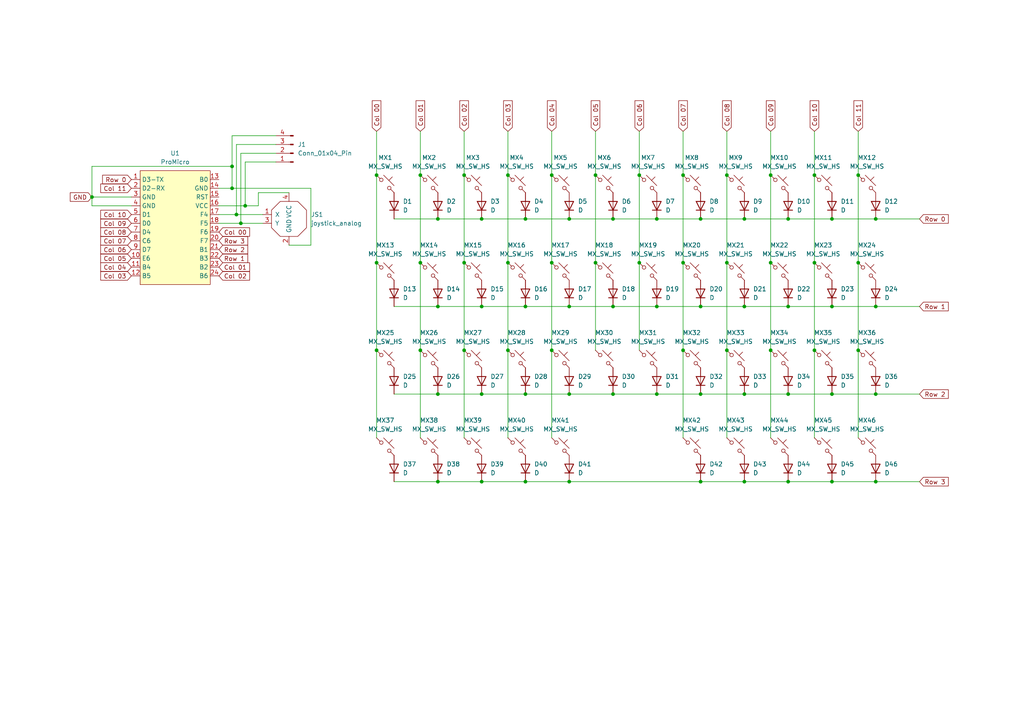
<source format=kicad_sch>
(kicad_sch (version 20231120) (generator "eeschema") (generator_version "8.0")
  (paper "A4")
  (junction (at 160.02 76.2))
  (junction (at 228.6 139.7))
  (junction (at 147.32 101.6))
  (junction (at 190.5 114.3))
  (junction (at 203.2 114.3))
  (junction (at 223.52 76.2))
  (junction (at 228.6 63.5))
  (junction (at 165.1 114.3))
  (junction (at 67.31 54.61))
  (junction (at 254 139.7))
  (junction (at 71.12 59.69))
  (junction (at 139.7 63.5))
  (junction (at 210.82 50.8))
  (junction (at 172.72 76.2))
  (junction (at 236.22 50.8))
  (junction (at 152.4 88.9))
  (junction (at 69.85 64.77))
  (junction (at 198.12 101.6))
  (junction (at 241.3 88.9))
  (junction (at 254 114.3))
  (junction (at 190.5 88.9))
  (junction (at 177.8 63.5))
  (junction (at 121.92 101.6))
  (junction (at 177.8 114.3))
  (junction (at 160.02 50.8))
  (junction (at 241.3 114.3))
  (junction (at 152.4 114.3))
  (junction (at 165.1 88.9))
  (junction (at 185.42 50.8))
  (junction (at 223.52 50.8))
  (junction (at 228.6 114.3))
  (junction (at 160.02 101.6))
  (junction (at 165.1 139.7))
  (junction (at 241.3 63.5))
  (junction (at 172.72 50.8))
  (junction (at 254 63.5))
  (junction (at 185.42 76.2))
  (junction (at 210.82 76.2))
  (junction (at 203.2 63.5))
  (junction (at 177.8 88.9))
  (junction (at 223.52 101.6))
  (junction (at 109.22 50.8))
  (junction (at 121.92 76.2))
  (junction (at 68.58 62.23))
  (junction (at 203.2 139.7))
  (junction (at 215.9 139.7))
  (junction (at 109.22 76.2))
  (junction (at 26.67 57.15))
  (junction (at 127 139.7))
  (junction (at 228.6 88.9))
  (junction (at 67.31 48.26))
  (junction (at 215.9 63.5))
  (junction (at 248.92 101.6))
  (junction (at 248.92 50.8))
  (junction (at 203.2 88.9))
  (junction (at 147.32 76.2))
  (junction (at 127 88.9))
  (junction (at 241.3 139.7))
  (junction (at 190.5 63.5))
  (junction (at 134.62 76.2))
  (junction (at 215.9 88.9))
  (junction (at 152.4 139.7))
  (junction (at 236.22 76.2))
  (junction (at 248.92 76.2))
  (junction (at 198.12 76.2))
  (junction (at 139.7 88.9))
  (junction (at 215.9 114.3))
  (junction (at 134.62 50.8))
  (junction (at 139.7 114.3))
  (junction (at 147.32 50.8))
  (junction (at 210.82 101.6))
  (junction (at 254 88.9))
  (junction (at 198.12 50.8))
  (junction (at 127 63.5))
  (junction (at 121.92 50.8))
  (junction (at 109.22 101.6))
  (junction (at 165.1 63.5))
  (junction (at 236.22 101.6))
  (junction (at 127 114.3))
  (junction (at 139.7 139.7))
  (junction (at 134.62 101.6))
  (junction (at 152.4 63.5))
  (wire (pts (xy 215.9 114.3) (xy 228.6 114.3)))
  (wire (pts (xy 152.4 88.9) (xy 165.1 88.9)))
  (wire (pts (xy 165.1 114.3) (xy 177.8 114.3)))
  (wire (pts (xy 198.12 38.1) (xy 198.12 50.8)))
  (wire (pts (xy 68.58 41.91) (xy 80.01 41.91)))
  (wire (pts (xy 139.7 114.3) (xy 152.4 114.3)))
  (wire (pts (xy 63.5 62.23) (xy 68.58 62.23)))
  (wire (pts (xy 83.82 71.12) (xy 90.17 71.12)))
  (wire (pts (xy 147.32 50.8) (xy 147.32 76.2)))
  (wire (pts (xy 254 114.3) (xy 266.7 114.3)))
  (wire (pts (xy 248.92 38.1) (xy 248.92 50.8)))
  (wire (pts (xy 134.62 76.2) (xy 134.62 101.6)))
  (wire (pts (xy 228.6 139.7) (xy 241.3 139.7)))
  (wire (pts (xy 215.9 139.7) (xy 228.6 139.7)))
  (wire (pts (xy 185.42 38.1) (xy 185.42 50.8)))
  (wire (pts (xy 241.3 63.5) (xy 254 63.5)))
  (wire (pts (xy 236.22 38.1) (xy 236.22 50.8)))
  (wire (pts (xy 203.2 139.7) (xy 215.9 139.7)))
  (wire (pts (xy 223.52 50.8) (xy 223.52 76.2)))
  (wire (pts (xy 215.9 88.9) (xy 228.6 88.9)))
  (wire (pts (xy 172.72 50.8) (xy 172.72 76.2)))
  (wire (pts (xy 74.93 55.88) (xy 83.82 55.88)))
  (wire (pts (xy 127 114.3) (xy 139.7 114.3)))
  (wire (pts (xy 254 139.7) (xy 266.7 139.7)))
  (wire (pts (xy 152.4 114.3) (xy 165.1 114.3)))
  (wire (pts (xy 121.92 101.6) (xy 121.92 127)))
  (wire (pts (xy 147.32 76.2) (xy 147.32 101.6)))
  (wire (pts (xy 26.67 59.69) (xy 26.67 57.15)))
  (wire (pts (xy 210.82 38.1) (xy 210.82 50.8)))
  (wire (pts (xy 172.72 38.1) (xy 172.72 50.8)))
  (wire (pts (xy 109.22 101.6) (xy 109.22 127)))
  (wire (pts (xy 69.85 44.45) (xy 69.85 64.77)))
  (wire (pts (xy 160.02 50.8) (xy 160.02 76.2)))
  (wire (pts (xy 228.6 88.9) (xy 241.3 88.9)))
  (wire (pts (xy 71.12 46.99) (xy 80.01 46.99)))
  (wire (pts (xy 165.1 88.9) (xy 177.8 88.9)))
  (wire (pts (xy 228.6 114.3) (xy 241.3 114.3)))
  (wire (pts (xy 139.7 139.7) (xy 152.4 139.7)))
  (wire (pts (xy 198.12 101.6) (xy 198.12 127)))
  (wire (pts (xy 67.31 54.61) (xy 67.31 48.26)))
  (wire (pts (xy 190.5 63.5) (xy 203.2 63.5)))
  (wire (pts (xy 109.22 50.8) (xy 109.22 76.2)))
  (wire (pts (xy 203.2 114.3) (xy 215.9 114.3)))
  (wire (pts (xy 69.85 44.45) (xy 80.01 44.45)))
  (wire (pts (xy 114.3 114.3) (xy 127 114.3)))
  (wire (pts (xy 121.92 50.8) (xy 121.92 76.2)))
  (wire (pts (xy 185.42 76.2) (xy 185.42 101.6)))
  (wire (pts (xy 198.12 76.2) (xy 198.12 101.6)))
  (wire (pts (xy 67.31 39.37) (xy 80.01 39.37)))
  (wire (pts (xy 248.92 50.8) (xy 248.92 76.2)))
  (wire (pts (xy 236.22 50.8) (xy 236.22 76.2)))
  (wire (pts (xy 109.22 38.1) (xy 109.22 50.8)))
  (wire (pts (xy 177.8 63.5) (xy 190.5 63.5)))
  (wire (pts (xy 254 63.5) (xy 266.7 63.5)))
  (wire (pts (xy 147.32 101.6) (xy 147.32 127)))
  (wire (pts (xy 71.12 59.69) (xy 74.93 59.69)))
  (wire (pts (xy 160.02 76.2) (xy 160.02 101.6)))
  (wire (pts (xy 223.52 101.6) (xy 223.52 127)))
  (wire (pts (xy 254 88.9) (xy 266.7 88.9)))
  (wire (pts (xy 68.58 41.91) (xy 68.58 62.23)))
  (wire (pts (xy 152.4 63.5) (xy 165.1 63.5)))
  (wire (pts (xy 127 139.7) (xy 139.7 139.7)))
  (wire (pts (xy 236.22 76.2) (xy 236.22 101.6)))
  (wire (pts (xy 147.32 38.1) (xy 147.32 50.8)))
  (wire (pts (xy 172.72 76.2) (xy 172.72 101.6)))
  (wire (pts (xy 26.67 48.26) (xy 67.31 48.26)))
  (wire (pts (xy 160.02 38.1) (xy 160.02 50.8)))
  (wire (pts (xy 26.67 57.15) (xy 38.1 57.15)))
  (wire (pts (xy 67.31 48.26) (xy 67.31 39.37)))
  (wire (pts (xy 63.5 64.77) (xy 69.85 64.77)))
  (wire (pts (xy 241.3 139.7) (xy 254 139.7)))
  (wire (pts (xy 165.1 63.5) (xy 177.8 63.5)))
  (wire (pts (xy 134.62 38.1) (xy 134.62 50.8)))
  (wire (pts (xy 74.93 59.69) (xy 74.93 55.88)))
  (wire (pts (xy 139.7 88.9) (xy 152.4 88.9)))
  (wire (pts (xy 185.42 50.8) (xy 185.42 76.2)))
  (wire (pts (xy 177.8 88.9) (xy 190.5 88.9)))
  (wire (pts (xy 63.5 54.61) (xy 67.31 54.61)))
  (wire (pts (xy 114.3 139.7) (xy 127 139.7)))
  (wire (pts (xy 223.52 76.2) (xy 223.52 101.6)))
  (wire (pts (xy 121.92 76.2) (xy 121.92 101.6)))
  (wire (pts (xy 210.82 76.2) (xy 210.82 101.6)))
  (wire (pts (xy 190.5 88.9) (xy 203.2 88.9)))
  (wire (pts (xy 71.12 59.69) (xy 71.12 46.99)))
  (wire (pts (xy 223.52 38.1) (xy 223.52 50.8)))
  (wire (pts (xy 134.62 50.8) (xy 134.62 76.2)))
  (wire (pts (xy 114.3 88.9) (xy 127 88.9)))
  (wire (pts (xy 210.82 50.8) (xy 210.82 76.2)))
  (wire (pts (xy 241.3 88.9) (xy 254 88.9)))
  (wire (pts (xy 26.67 57.15) (xy 26.67 48.26)))
  (wire (pts (xy 68.58 62.23) (xy 76.2 62.23)))
  (wire (pts (xy 134.62 101.6) (xy 134.62 127)))
  (wire (pts (xy 203.2 88.9) (xy 215.9 88.9)))
  (wire (pts (xy 210.82 101.6) (xy 210.82 127)))
  (wire (pts (xy 160.02 101.6) (xy 160.02 127)))
  (wire (pts (xy 236.22 101.6) (xy 236.22 127)))
  (wire (pts (xy 127 88.9) (xy 139.7 88.9)))
  (wire (pts (xy 165.1 139.7) (xy 203.2 139.7)))
  (wire (pts (xy 38.1 59.69) (xy 26.67 59.69)))
  (wire (pts (xy 152.4 139.7) (xy 165.1 139.7)))
  (wire (pts (xy 203.2 63.5) (xy 215.9 63.5)))
  (wire (pts (xy 228.6 63.5) (xy 241.3 63.5)))
  (wire (pts (xy 90.17 54.61) (xy 90.17 71.12)))
  (wire (pts (xy 63.5 59.69) (xy 71.12 59.69)))
  (wire (pts (xy 109.22 76.2) (xy 109.22 101.6)))
  (wire (pts (xy 114.3 63.5) (xy 127 63.5)))
  (wire (pts (xy 69.85 64.77) (xy 76.2 64.77)))
  (wire (pts (xy 177.8 114.3) (xy 190.5 114.3)))
  (wire (pts (xy 139.7 63.5) (xy 152.4 63.5)))
  (wire (pts (xy 190.5 114.3) (xy 203.2 114.3)))
  (wire (pts (xy 215.9 63.5) (xy 228.6 63.5)))
  (wire (pts (xy 248.92 101.6) (xy 248.92 127)))
  (wire (pts (xy 198.12 50.8) (xy 198.12 76.2)))
  (wire (pts (xy 121.92 38.1) (xy 121.92 50.8)))
  (wire (pts (xy 241.3 114.3) (xy 254 114.3)))
  (wire (pts (xy 67.31 54.61) (xy 90.17 54.61)))
  (wire (pts (xy 127 63.5) (xy 139.7 63.5)))
  (wire (pts (xy 248.92 76.2) (xy 248.92 101.6)))
  (global_label "Col 00" (shape input) (at 63.5 67.31 0) (property "Intersheetrefs" "${INTERSHEET_REFS}" (effects (hide yes))))
  (global_label "GND" (shape input) (at 26.67 57.15 180) (property "Intersheetrefs" "${INTERSHEET_REFS}" (effects (hide yes))))
  (global_label "Row 0" (shape input) (at 266.7 63.5 0) (property "Intersheetrefs" "${INTERSHEET_REFS}" (effects (hide yes))))
  (global_label "Col 09" (shape input) (at 38.1 64.77 180) (property "Intersheetrefs" "${INTERSHEET_REFS}" (effects (hide yes))))
  (global_label "Col 11" (shape input) (at 248.92 38.1 90) (property "Intersheetrefs" "${INTERSHEET_REFS}" (effects (hide yes))))
  (global_label "Col 01" (shape input) (at 63.5 77.47 0) (property "Intersheetrefs" "${INTERSHEET_REFS}" (effects (hide yes))))
  (global_label "Col 06" (shape input) (at 185.42 38.1 90) (property "Intersheetrefs" "${INTERSHEET_REFS}" (effects (hide yes))))
  (global_label "Col 03" (shape input) (at 147.32 38.1 90) (property "Intersheetrefs" "${INTERSHEET_REFS}" (effects (hide yes))))
  (global_label "Col 09" (shape input) (at 223.52 38.1 90) (property "Intersheetrefs" "${INTERSHEET_REFS}" (effects (hide yes))))
  (global_label "Row 1" (shape input) (at 63.5 74.93 0) (property "Intersheetrefs" "${INTERSHEET_REFS}" (effects (hide yes))))
  (global_label "Col 05" (shape input) (at 38.1 74.93 180) (property "Intersheetrefs" "${INTERSHEET_REFS}" (effects (hide yes))))
  (global_label "Col 07" (shape input) (at 38.1 69.85 180) (property "Intersheetrefs" "${INTERSHEET_REFS}" (effects (hide yes))))
  (global_label "Row 3" (shape input) (at 63.5 69.85 0) (property "Intersheetrefs" "${INTERSHEET_REFS}" (effects (hide yes))))
  (global_label "Col 10" (shape input) (at 236.22 38.1 90) (property "Intersheetrefs" "${INTERSHEET_REFS}" (effects (hide yes))))
  (global_label "Row 2" (shape input) (at 63.5 72.39 0) (property "Intersheetrefs" "${INTERSHEET_REFS}" (effects (hide yes))))
  (global_label "Col 07" (shape input) (at 198.12 38.1 90) (property "Intersheetrefs" "${INTERSHEET_REFS}" (effects (hide yes))))
  (global_label "Col 08" (shape input) (at 210.82 38.1 90) (property "Intersheetrefs" "${INTERSHEET_REFS}" (effects (hide yes))))
  (global_label "Col 05" (shape input) (at 172.72 38.1 90) (property "Intersheetrefs" "${INTERSHEET_REFS}" (effects (hide yes))))
  (global_label "Row 0" (shape input) (at 38.1 52.07 180) (property "Intersheetrefs" "${INTERSHEET_REFS}" (effects (hide yes))))
  (global_label "Row 3" (shape input) (at 266.7 139.7 0) (property "Intersheetrefs" "${INTERSHEET_REFS}" (effects (hide yes))))
  (global_label "Row 1" (shape input) (at 266.7 88.9 0) (property "Intersheetrefs" "${INTERSHEET_REFS}" (effects (hide yes))))
  (global_label "Col 10" (shape input) (at 38.1 62.23 180) (property "Intersheetrefs" "${INTERSHEET_REFS}" (effects (hide yes))))
  (global_label "Col 08" (shape input) (at 38.1 67.31 180) (property "Intersheetrefs" "${INTERSHEET_REFS}" (effects (hide yes))))
  (global_label "Col 01" (shape input) (at 121.92 38.1 90) (property "Intersheetrefs" "${INTERSHEET_REFS}" (effects (hide yes))))
  (global_label "Col 11" (shape input) (at 38.1 54.61 180) (property "Intersheetrefs" "${INTERSHEET_REFS}" (effects (hide yes))))
  (global_label "Col 02" (shape input) (at 63.5 80.01 0) (property "Intersheetrefs" "${INTERSHEET_REFS}" (effects (hide yes))))
  (global_label "Col 04" (shape input) (at 160.02 38.1 90) (property "Intersheetrefs" "${INTERSHEET_REFS}" (effects (hide yes))))
  (global_label "Row 2" (shape input) (at 266.7 114.3 0) (property "Intersheetrefs" "${INTERSHEET_REFS}" (effects (hide yes))))
  (global_label "Col 02" (shape input) (at 134.62 38.1 90) (property "Intersheetrefs" "${INTERSHEET_REFS}" (effects (hide yes))))
  (global_label "Col 03" (shape input) (at 38.1 80.01 180) (property "Intersheetrefs" "${INTERSHEET_REFS}" (effects (hide yes))))
  (global_label "Col 00" (shape input) (at 109.22 38.1 90) (property "Intersheetrefs" "${INTERSHEET_REFS}" (effects (hide yes))))
  (global_label "Col 06" (shape input) (at 38.1 72.39 180) (property "Intersheetrefs" "${INTERSHEET_REFS}" (effects (hide yes))))
  (global_label "Col 04" (shape input) (at 38.1 77.47 180) (property "Intersheetrefs" "${INTERSHEET_REFS}" (effects (hide yes))))
  (symbol (lib_id "Device:D") (at 254 59.69 90) (unit 1)
    (property "Reference" "D12" (at 256.54 58.4199 90) (effects (justify right)))
    (property "Value" "D" (at 256.54 60.9599 90) (effects (justify right)))
    (property "Footprint" "Diode_THT:D_DO-35_SOD27_P7.62mm_Horizontal" (effects (hide yes)))
    (property "Description" "Diode" (effects (hide yes)))
    (property "Sim.Device" "D" (effects (hide yes)))
    (property "Sim.Pins" "1=K 2=A" (effects (hide yes)))
  )
  (symbol (lib_id "PCM_marbastlib-mx:MX_SW_HS_CPG151101S11") (at 111.76 78.74 0) (unit 1)
    (property "Reference" "MX13" (at 111.76 71.12 0))
    (property "Value" "MX_SW_HS" (at 111.76 73.66 0))
    (property "Footprint" "geebord-library:SW_MX_HS_CPG151101S11_1u" (effects (hide yes)))
    (property "Description" "Push button switch, normally open, two pins, 45° tilted, Kailh CPG151101S11 for Cherry MX style switches" (effects (hide yes)))
  )
  (symbol (lib_id "Device:D") (at 254 110.49 90) (unit 1)
    (property "Reference" "D36" (at 256.54 109.2199 90) (effects (justify right)))
    (property "Value" "D" (at 256.54 111.7599 90) (effects (justify right)))
    (property "Footprint" "Diode_THT:D_DO-35_SOD27_P7.62mm_Horizontal" (effects (hide yes)))
    (property "Description" "Diode" (effects (hide yes)))
    (property "Sim.Device" "D" (effects (hide yes)))
    (property "Sim.Pins" "1=K 2=A" (effects (hide yes)))
  )
  (symbol (lib_id "Device:D") (at 152.4 135.89 90) (unit 1)
    (property "Reference" "D40" (at 154.94 134.6199 90) (effects (justify right)))
    (property "Value" "D" (at 154.94 137.1599 90) (effects (justify right)))
    (property "Footprint" "Diode_THT:D_DO-35_SOD27_P7.62mm_Horizontal" (effects (hide yes)))
    (property "Description" "Diode" (effects (hide yes)))
    (property "Sim.Device" "D" (effects (hide yes)))
    (property "Sim.Pins" "1=K 2=A" (effects (hide yes)))
  )
  (symbol (lib_id "PCM_marbastlib-mx:MX_SW_HS_CPG151101S11") (at 213.36 53.34 0) (unit 1)
    (property "Reference" "MX9" (at 213.36 45.72 0))
    (property "Value" "MX_SW_HS" (at 213.36 48.26 0))
    (property "Footprint" "geebord-library:SW_MX_HS_CPG151101S11_1u" (effects (hide yes)))
    (property "Description" "Push button switch, normally open, two pins, 45° tilted, Kailh CPG151101S11 for Cherry MX style switches" (effects (hide yes)))
  )
  (symbol (lib_id "PCM_marbastlib-mx:MX_SW_HS_CPG151101S11") (at 137.16 129.54 0) (unit 1)
    (property "Reference" "MX39" (at 137.16 121.92 0))
    (property "Value" "MX_SW_HS" (at 137.16 124.46 0))
    (property "Footprint" "geebord-library:SW_MX_HS_CPG151101S11_1u" (effects (hide yes)))
    (property "Description" "Push button switch, normally open, two pins, 45° tilted, Kailh CPG151101S11 for Cherry MX style switches" (effects (hide yes)))
  )
  (symbol (lib_id "Device:D") (at 127 110.49 90) (unit 1)
    (property "Reference" "D26" (at 129.54 109.2199 90) (effects (justify right)))
    (property "Value" "D" (at 129.54 111.7599 90) (effects (justify right)))
    (property "Footprint" "Diode_THT:D_DO-35_SOD27_P7.62mm_Horizontal" (effects (hide yes)))
    (property "Description" "Diode" (effects (hide yes)))
    (property "Sim.Device" "D" (effects (hide yes)))
    (property "Sim.Pins" "1=K 2=A" (effects (hide yes)))
  )
  (symbol (lib_id "Device:D") (at 127 59.69 90) (unit 1)
    (property "Reference" "D2" (at 129.54 58.4199 90) (effects (justify right)))
    (property "Value" "D" (at 129.54 60.9599 90) (effects (justify right)))
    (property "Footprint" "Diode_THT:D_DO-35_SOD27_P7.62mm_Horizontal" (effects (hide yes)))
    (property "Description" "Diode" (effects (hide yes)))
    (property "Sim.Device" "D" (effects (hide yes)))
    (property "Sim.Pins" "1=K 2=A" (effects (hide yes)))
  )
  (symbol (lib_id "PCM_marbastlib-mx:MX_SW_HS_CPG151101S11") (at 149.86 104.14 0) (unit 1)
    (property "Reference" "MX28" (at 149.86 96.52 0))
    (property "Value" "MX_SW_HS" (at 149.86 99.06 0))
    (property "Footprint" "geebord-library:SW_MX_HS_CPG151101S11_1u" (effects (hide yes)))
    (property "Description" "Push button switch, normally open, two pins, 45° tilted, Kailh CPG151101S11 for Cherry MX style switches" (effects (hide yes)))
  )
  (symbol (lib_id "PCM_marbastlib-various:joystick_analog") (at 83.82 63.5 0) (unit 1)
    (property "Reference" "JS1" (at 90.17 62.2299 0) (effects (justify left)))
    (property "Value" "joystick_analog" (at 90.17 64.7699 0) (effects (justify left)))
    (property "Footprint" "geebord-library:JOYSTICK_ANALOG_MINITHM" (effects (hide yes)))
  )
  (symbol (lib_id "PCM_marbastlib-mx:MX_SW_HS_CPG151101S11") (at 251.46 53.34 0) (unit 1)
    (property "Reference" "MX12" (at 251.46 45.72 0))
    (property "Value" "MX_SW_HS" (at 251.46 48.26 0))
    (property "Footprint" "geebord-library:SW_MX_HS_CPG151101S11_1u" (effects (hide yes)))
    (property "Description" "Push button switch, normally open, two pins, 45° tilted, Kailh CPG151101S11 for Cherry MX style switches" (effects (hide yes)))
  )
  (symbol (lib_id "Device:D") (at 215.9 135.89 90) (unit 1)
    (property "Reference" "D43" (at 218.44 134.6199 90) (effects (justify right)))
    (property "Value" "D" (at 218.44 137.1599 90) (effects (justify right)))
    (property "Footprint" "Diode_THT:D_DO-35_SOD27_P7.62mm_Horizontal" (effects (hide yes)))
    (property "Description" "Diode" (effects (hide yes)))
    (property "Sim.Device" "D" (effects (hide yes)))
    (property "Sim.Pins" "1=K 2=A" (effects (hide yes)))
  )
  (symbol (lib_id "PCM_marbastlib-mx:MX_SW_HS_CPG151101S11") (at 226.06 104.14 0) (unit 1)
    (property "Reference" "MX34" (at 226.06 96.52 0))
    (property "Value" "MX_SW_HS" (at 226.06 99.06 0))
    (property "Footprint" "geebord-library:SW_MX_HS_CPG151101S11_1u" (effects (hide yes)))
    (property "Description" "Push button switch, normally open, two pins, 45° tilted, Kailh CPG151101S11 for Cherry MX style switches" (effects (hide yes)))
  )
  (symbol (lib_id "Device:D") (at 215.9 59.69 90) (unit 1)
    (property "Reference" "D9" (at 218.44 58.4199 90) (effects (justify right)))
    (property "Value" "D" (at 218.44 60.9599 90) (effects (justify right)))
    (property "Footprint" "Diode_THT:D_DO-35_SOD27_P7.62mm_Horizontal" (effects (hide yes)))
    (property "Description" "Diode" (effects (hide yes)))
    (property "Sim.Device" "D" (effects (hide yes)))
    (property "Sim.Pins" "1=K 2=A" (effects (hide yes)))
  )
  (symbol (lib_id "PCM_marbastlib-mx:MX_SW_HS_CPG151101S11") (at 213.36 129.54 0) (unit 1)
    (property "Reference" "MX43" (at 213.36 121.92 0))
    (property "Value" "MX_SW_HS" (at 213.36 124.46 0))
    (property "Footprint" "geebord-library:SW_MX_HS_CPG151101S11_1u" (effects (hide yes)))
    (property "Description" "Push button switch, normally open, two pins, 45° tilted, Kailh CPG151101S11 for Cherry MX style switches" (effects (hide yes)))
  )
  (symbol (lib_id "Device:D") (at 165.1 135.89 90) (unit 1)
    (property "Reference" "D41" (at 167.64 134.6199 90) (effects (justify right)))
    (property "Value" "D" (at 167.64 137.1599 90) (effects (justify right)))
    (property "Footprint" "Diode_THT:D_DO-35_SOD27_P7.62mm_Horizontal" (effects (hide yes)))
    (property "Description" "Diode" (effects (hide yes)))
    (property "Sim.Device" "D" (effects (hide yes)))
    (property "Sim.Pins" "1=K 2=A" (effects (hide yes)))
  )
  (symbol (lib_id "Device:D") (at 152.4 59.69 90) (unit 1)
    (property "Reference" "D4" (at 154.94 58.4199 90) (effects (justify right)))
    (property "Value" "D" (at 154.94 60.9599 90) (effects (justify right)))
    (property "Footprint" "Diode_THT:D_DO-35_SOD27_P7.62mm_Horizontal" (effects (hide yes)))
    (property "Description" "Diode" (effects (hide yes)))
    (property "Sim.Device" "D" (effects (hide yes)))
    (property "Sim.Pins" "1=K 2=A" (effects (hide yes)))
  )
  (symbol (lib_id "PCM_marbastlib-mx:MX_SW_HS_CPG151101S11") (at 226.06 129.54 0) (unit 1)
    (property "Reference" "MX44" (at 226.06 121.92 0))
    (property "Value" "MX_SW_HS" (at 226.06 124.46 0))
    (property "Footprint" "geebord-library:SW_MX_HS_CPG151101S11_1u" (effects (hide yes)))
    (property "Description" "Push button switch, normally open, two pins, 45° tilted, Kailh CPG151101S11 for Cherry MX style switches" (effects (hide yes)))
  )
  (symbol (lib_id "PCM_marbastlib-mx:MX_SW_HS_CPG151101S11") (at 149.86 53.34 0) (unit 1)
    (property "Reference" "MX4" (at 149.86 45.72 0))
    (property "Value" "MX_SW_HS" (at 149.86 48.26 0))
    (property "Footprint" "geebord-library:SW_MX_HS_CPG151101S11_1u" (effects (hide yes)))
    (property "Description" "Push button switch, normally open, two pins, 45° tilted, Kailh CPG151101S11 for Cherry MX style switches" (effects (hide yes)))
  )
  (symbol (lib_id "PCM_marbastlib-mx:MX_SW_HS_CPG151101S11") (at 111.76 53.34 0) (unit 1)
    (property "Reference" "MX1" (at 111.76 45.72 0))
    (property "Value" "MX_SW_HS" (at 111.76 48.26 0))
    (property "Footprint" "geebord-library:SW_MX_HS_CPG151101S11_1u" (effects (hide yes)))
    (property "Description" "Push button switch, normally open, two pins, 45° tilted, Kailh CPG151101S11 for Cherry MX style switches" (effects (hide yes)))
  )
  (symbol (lib_id "Device:D") (at 203.2 59.69 90) (unit 1)
    (property "Reference" "D8" (at 205.74 58.4199 90) (effects (justify right)))
    (property "Value" "D" (at 205.74 60.9599 90) (effects (justify right)))
    (property "Footprint" "Diode_THT:D_DO-35_SOD27_P7.62mm_Horizontal" (effects (hide yes)))
    (property "Description" "Diode" (effects (hide yes)))
    (property "Sim.Device" "D" (effects (hide yes)))
    (property "Sim.Pins" "1=K 2=A" (effects (hide yes)))
  )
  (symbol (lib_id "PCM_marbastlib-mx:MX_SW_HS_CPG151101S11") (at 238.76 104.14 0) (unit 1)
    (property "Reference" "MX35" (at 238.76 96.52 0))
    (property "Value" "MX_SW_HS" (at 238.76 99.06 0))
    (property "Footprint" "geebord-library:SW_MX_HS_CPG151101S11_1u" (effects (hide yes)))
    (property "Description" "Push button switch, normally open, two pins, 45° tilted, Kailh CPG151101S11 for Cherry MX style switches" (effects (hide yes)))
  )
  (symbol (lib_id "Device:D") (at 114.3 110.49 90) (unit 1)
    (property "Reference" "D25" (at 116.84 109.2199 90) (effects (justify right)))
    (property "Value" "D" (at 116.84 111.7599 90) (effects (justify right)))
    (property "Footprint" "Diode_THT:D_DO-35_SOD27_P7.62mm_Horizontal" (effects (hide yes)))
    (property "Description" "Diode" (effects (hide yes)))
    (property "Sim.Device" "D" (effects (hide yes)))
    (property "Sim.Pins" "1=K 2=A" (effects (hide yes)))
  )
  (symbol (lib_id "PCM_marbastlib-mx:MX_SW_HS_CPG151101S11") (at 251.46 78.74 0) (unit 1)
    (property "Reference" "MX24" (at 251.46 71.12 0))
    (property "Value" "MX_SW_HS" (at 251.46 73.66 0))
    (property "Footprint" "geebord-library:SW_MX_HS_CPG151101S11_1u" (effects (hide yes)))
    (property "Description" "Push button switch, normally open, two pins, 45° tilted, Kailh CPG151101S11 for Cherry MX style switches" (effects (hide yes)))
  )
  (symbol (lib_id "PCM_marbastlib-mx:MX_SW_HS_CPG151101S11") (at 187.96 53.34 0) (unit 1)
    (property "Reference" "MX7" (at 187.96 45.72 0))
    (property "Value" "MX_SW_HS" (at 187.96 48.26 0))
    (property "Footprint" "geebord-library:SW_MX_HS_CPG151101S11_1u" (effects (hide yes)))
    (property "Description" "Push button switch, normally open, two pins, 45° tilted, Kailh CPG151101S11 for Cherry MX style switches" (effects (hide yes)))
  )
  (symbol (lib_id "Device:D") (at 228.6 110.49 90) (unit 1)
    (property "Reference" "D34" (at 231.14 109.2199 90) (effects (justify right)))
    (property "Value" "D" (at 231.14 111.7599 90) (effects (justify right)))
    (property "Footprint" "Diode_THT:D_DO-35_SOD27_P7.62mm_Horizontal" (effects (hide yes)))
    (property "Description" "Diode" (effects (hide yes)))
    (property "Sim.Device" "D" (effects (hide yes)))
    (property "Sim.Pins" "1=K 2=A" (effects (hide yes)))
  )
  (symbol (lib_id "Device:D") (at 241.3 135.89 90) (unit 1)
    (property "Reference" "D45" (at 243.84 134.6199 90) (effects (justify right)))
    (property "Value" "D" (at 243.84 137.1599 90) (effects (justify right)))
    (property "Footprint" "Diode_THT:D_DO-35_SOD27_P7.62mm_Horizontal" (effects (hide yes)))
    (property "Description" "Diode" (effects (hide yes)))
    (property "Sim.Device" "D" (effects (hide yes)))
    (property "Sim.Pins" "1=K 2=A" (effects (hide yes)))
  )
  (symbol (lib_id "Device:D") (at 228.6 85.09 90) (unit 1)
    (property "Reference" "D22" (at 231.14 83.8199 90) (effects (justify right)))
    (property "Value" "D" (at 231.14 86.3599 90) (effects (justify right)))
    (property "Footprint" "Diode_THT:D_DO-35_SOD27_P7.62mm_Horizontal" (effects (hide yes)))
    (property "Description" "Diode" (effects (hide yes)))
    (property "Sim.Device" "D" (effects (hide yes)))
    (property "Sim.Pins" "1=K 2=A" (effects (hide yes)))
  )
  (symbol (lib_id "Device:D") (at 177.8 85.09 90) (unit 1)
    (property "Reference" "D18" (at 180.34 83.8199 90) (effects (justify right)))
    (property "Value" "D" (at 180.34 86.3599 90) (effects (justify right)))
    (property "Footprint" "Diode_THT:D_DO-35_SOD27_P7.62mm_Horizontal" (effects (hide yes)))
    (property "Description" "Diode" (effects (hide yes)))
    (property "Sim.Device" "D" (effects (hide yes)))
    (property "Sim.Pins" "1=K 2=A" (effects (hide yes)))
  )
  (symbol (lib_id "PCM_marbastlib-mx:MX_SW_HS_CPG151101S11") (at 175.26 53.34 0) (unit 1)
    (property "Reference" "MX6" (at 175.26 45.72 0))
    (property "Value" "MX_SW_HS" (at 175.26 48.26 0))
    (property "Footprint" "geebord-library:SW_MX_HS_CPG151101S11_1u" (effects (hide yes)))
    (property "Description" "Push button switch, normally open, two pins, 45° tilted, Kailh CPG151101S11 for Cherry MX style switches" (effects (hide yes)))
  )
  (symbol (lib_id "PCM_marbastlib-mx:MX_SW_HS_CPG151101S11") (at 124.46 53.34 0) (unit 1)
    (property "Reference" "MX2" (at 124.46 45.72 0))
    (property "Value" "MX_SW_HS" (at 124.46 48.26 0))
    (property "Footprint" "geebord-library:SW_MX_HS_CPG151101S11_1u" (effects (hide yes)))
    (property "Description" "Push button switch, normally open, two pins, 45° tilted, Kailh CPG151101S11 for Cherry MX style switches" (effects (hide yes)))
  )
  (symbol (lib_id "PCM_marbastlib-mx:MX_SW_HS_CPG151101S11") (at 124.46 78.74 0) (unit 1)
    (property "Reference" "MX14" (at 124.46 71.12 0))
    (property "Value" "MX_SW_HS" (at 124.46 73.66 0))
    (property "Footprint" "geebord-library:SW_MX_HS_CPG151101S11_1u" (effects (hide yes)))
    (property "Description" "Push button switch, normally open, two pins, 45° tilted, Kailh CPG151101S11 for Cherry MX style switches" (effects (hide yes)))
  )
  (symbol (lib_id "Device:D") (at 203.2 85.09 90) (unit 1)
    (property "Reference" "D20" (at 205.74 83.8199 90) (effects (justify right)))
    (property "Value" "D" (at 205.74 86.3599 90) (effects (justify right)))
    (property "Footprint" "Diode_THT:D_DO-35_SOD27_P7.62mm_Horizontal" (effects (hide yes)))
    (property "Description" "Diode" (effects (hide yes)))
    (property "Sim.Device" "D" (effects (hide yes)))
    (property "Sim.Pins" "1=K 2=A" (effects (hide yes)))
  )
  (symbol (lib_id "Device:D") (at 228.6 135.89 90) (unit 1)
    (property "Reference" "D44" (at 231.14 134.6199 90) (effects (justify right)))
    (property "Value" "D" (at 231.14 137.1599 90) (effects (justify right)))
    (property "Footprint" "Diode_THT:D_DO-35_SOD27_P7.62mm_Horizontal" (effects (hide yes)))
    (property "Description" "Diode" (effects (hide yes)))
    (property "Sim.Device" "D" (effects (hide yes)))
    (property "Sim.Pins" "1=K 2=A" (effects (hide yes)))
  )
  (symbol (lib_id "PCM_marbastlib-mx:MX_SW_HS_CPG151101S11") (at 162.56 129.54 0) (unit 1)
    (property "Reference" "MX41" (at 162.56 121.92 0))
    (property "Value" "MX_SW_HS" (at 162.56 124.46 0))
    (property "Footprint" "geebord-library:SW_MX_HS_CPG151101S11_1.5u" (effects (hide yes)))
    (property "Description" "Push button switch, normally open, two pins, 45° tilted, Kailh CPG151101S11 for Cherry MX style switches" (effects (hide yes)))
  )
  (symbol (lib_id "PCM_marbastlib-mx:MX_SW_HS_CPG151101S11") (at 213.36 78.74 0) (unit 1)
    (property "Reference" "MX21" (at 213.36 71.12 0))
    (property "Value" "MX_SW_HS" (at 213.36 73.66 0))
    (property "Footprint" "geebord-library:SW_MX_HS_CPG151101S11_1u" (effects (hide yes)))
    (property "Description" "Push button switch, normally open, two pins, 45° tilted, Kailh CPG151101S11 for Cherry MX style switches" (effects (hide yes)))
  )
  (symbol (lib_id "Device:D") (at 152.4 110.49 90) (unit 1)
    (property "Reference" "D28" (at 154.94 109.2199 90) (effects (justify right)))
    (property "Value" "D" (at 154.94 111.7599 90) (effects (justify right)))
    (property "Footprint" "Diode_THT:D_DO-35_SOD27_P7.62mm_Horizontal" (effects (hide yes)))
    (property "Description" "Diode" (effects (hide yes)))
    (property "Sim.Device" "D" (effects (hide yes)))
    (property "Sim.Pins" "1=K 2=A" (effects (hide yes)))
  )
  (symbol (lib_id "Device:D") (at 139.7 110.49 90) (unit 1)
    (property "Reference" "D27" (at 142.24 109.2199 90) (effects (justify right)))
    (property "Value" "D" (at 142.24 111.7599 90) (effects (justify right)))
    (property "Footprint" "Diode_THT:D_DO-35_SOD27_P7.62mm_Horizontal" (effects (hide yes)))
    (property "Description" "Diode" (effects (hide yes)))
    (property "Sim.Device" "D" (effects (hide yes)))
    (property "Sim.Pins" "1=K 2=A" (effects (hide yes)))
  )
  (symbol (lib_id "Device:D") (at 203.2 135.89 90) (unit 1)
    (property "Reference" "D42" (at 205.74 134.6199 90) (effects (justify right)))
    (property "Value" "D" (at 205.74 137.1599 90) (effects (justify right)))
    (property "Footprint" "Diode_THT:D_DO-35_SOD27_P7.62mm_Horizontal" (effects (hide yes)))
    (property "Description" "Diode" (effects (hide yes)))
    (property "Sim.Device" "D" (effects (hide yes)))
    (property "Sim.Pins" "1=K 2=A" (effects (hide yes)))
  )
  (symbol (lib_id "Device:D") (at 165.1 110.49 90) (unit 1)
    (property "Reference" "D29" (at 167.64 109.2199 90) (effects (justify right)))
    (property "Value" "D" (at 167.64 111.7599 90) (effects (justify right)))
    (property "Footprint" "Diode_THT:D_DO-35_SOD27_P7.62mm_Horizontal" (effects (hide yes)))
    (property "Description" "Diode" (effects (hide yes)))
    (property "Sim.Device" "D" (effects (hide yes)))
    (property "Sim.Pins" "1=K 2=A" (effects (hide yes)))
  )
  (symbol (lib_id "Device:D") (at 114.3 59.69 90) (unit 1)
    (property "Reference" "D1" (at 116.84 58.4199 90) (effects (justify right)))
    (property "Value" "D" (at 116.84 60.9599 90) (effects (justify right)))
    (property "Footprint" "Diode_THT:D_DO-35_SOD27_P7.62mm_Horizontal" (effects (hide yes)))
    (property "Description" "Diode" (effects (hide yes)))
    (property "Sim.Device" "D" (effects (hide yes)))
    (property "Sim.Pins" "1=K 2=A" (effects (hide yes)))
  )
  (symbol (lib_id "Device:D") (at 190.5 85.09 90) (unit 1)
    (property "Reference" "D19" (at 193.04 83.8199 90) (effects (justify right)))
    (property "Value" "D" (at 193.04 86.3599 90) (effects (justify right)))
    (property "Footprint" "Diode_THT:D_DO-35_SOD27_P7.62mm_Horizontal" (effects (hide yes)))
    (property "Description" "Diode" (effects (hide yes)))
    (property "Sim.Device" "D" (effects (hide yes)))
    (property "Sim.Pins" "1=K 2=A" (effects (hide yes)))
  )
  (symbol (lib_id "PCM_marbastlib-mx:MX_SW_HS_CPG151101S11") (at 162.56 104.14 0) (unit 1)
    (property "Reference" "MX29" (at 162.56 96.52 0))
    (property "Value" "MX_SW_HS" (at 162.56 99.06 0))
    (property "Footprint" "geebord-library:SW_MX_HS_CPG151101S11_1u" (effects (hide yes)))
    (property "Description" "Push button switch, normally open, two pins, 45° tilted, Kailh CPG151101S11 for Cherry MX style switches" (effects (hide yes)))
  )
  (symbol (lib_id "Device:D") (at 127 135.89 90) (unit 1)
    (property "Reference" "D38" (at 129.54 134.6199 90) (effects (justify right)))
    (property "Value" "D" (at 129.54 137.1599 90) (effects (justify right)))
    (property "Footprint" "Diode_THT:D_DO-35_SOD27_P7.62mm_Horizontal" (effects (hide yes)))
    (property "Description" "Diode" (effects (hide yes)))
    (property "Sim.Device" "D" (effects (hide yes)))
    (property "Sim.Pins" "1=K 2=A" (effects (hide yes)))
  )
  (symbol (lib_id "Device:D") (at 139.7 59.69 90) (unit 1)
    (property "Reference" "D3" (at 142.24 58.4199 90) (effects (justify right)))
    (property "Value" "D" (at 142.24 60.9599 90) (effects (justify right)))
    (property "Footprint" "Diode_THT:D_DO-35_SOD27_P7.62mm_Horizontal" (effects (hide yes)))
    (property "Description" "Diode" (effects (hide yes)))
    (property "Sim.Device" "D" (effects (hide yes)))
    (property "Sim.Pins" "1=K 2=A" (effects (hide yes)))
  )
  (symbol (lib_id "PCM_marbastlib-mx:MX_SW_HS_CPG151101S11") (at 226.06 78.74 0) (unit 1)
    (property "Reference" "MX22" (at 226.06 71.12 0))
    (property "Value" "MX_SW_HS" (at 226.06 73.66 0))
    (property "Footprint" "geebord-library:SW_MX_HS_CPG151101S11_1u" (effects (hide yes)))
    (property "Description" "Push button switch, normally open, two pins, 45° tilted, Kailh CPG151101S11 for Cherry MX style switches" (effects (hide yes)))
  )
  (symbol (lib_id "Device:D") (at 114.3 135.89 90) (unit 1)
    (property "Reference" "D37" (at 116.84 134.6199 90) (effects (justify right)))
    (property "Value" "D" (at 116.84 137.1599 90) (effects (justify right)))
    (property "Footprint" "Diode_THT:D_DO-35_SOD27_P7.62mm_Horizontal" (effects (hide yes)))
    (property "Description" "Diode" (effects (hide yes)))
    (property "Sim.Device" "D" (effects (hide yes)))
    (property "Sim.Pins" "1=K 2=A" (effects (hide yes)))
  )
  (symbol (lib_id "PCM_marbastlib-mx:MX_SW_HS_CPG151101S11") (at 111.76 104.14 0) (unit 1)
    (property "Reference" "MX25" (at 111.76 96.52 0))
    (property "Value" "MX_SW_HS" (at 111.76 99.06 0))
    (property "Footprint" "geebord-library:SW_MX_HS_CPG151101S11_1u" (effects (hide yes)))
    (property "Description" "Push button switch, normally open, two pins, 45° tilted, Kailh CPG151101S11 for Cherry MX style switches" (effects (hide yes)))
  )
  (symbol (lib_id "PCM_marbastlib-mx:MX_SW_HS_CPG151101S11") (at 175.26 104.14 0) (unit 1)
    (property "Reference" "MX30" (at 175.26 96.52 0))
    (property "Value" "MX_SW_HS" (at 175.26 99.06 0))
    (property "Footprint" "geebord-library:SW_MX_HS_CPG151101S11_1u" (effects (hide yes)))
    (property "Description" "Push button switch, normally open, two pins, 45° tilted, Kailh CPG151101S11 for Cherry MX style switches" (effects (hide yes)))
  )
  (symbol (lib_id "PCM_marbastlib-mx:MX_SW_HS_CPG151101S11") (at 238.76 129.54 0) (unit 1)
    (property "Reference" "MX45" (at 238.76 121.92 0))
    (property "Value" "MX_SW_HS" (at 238.76 124.46 0))
    (property "Footprint" "geebord-library:SW_MX_HS_CPG151101S11_1u" (effects (hide yes)))
    (property "Description" "Push button switch, normally open, two pins, 45° tilted, Kailh CPG151101S11 for Cherry MX style switches" (effects (hide yes)))
  )
  (symbol (lib_id "Device:D") (at 165.1 85.09 90) (unit 1)
    (property "Reference" "D17" (at 167.64 83.8199 90) (effects (justify right)))
    (property "Value" "D" (at 167.64 86.3599 90) (effects (justify right)))
    (property "Footprint" "Diode_THT:D_DO-35_SOD27_P7.62mm_Horizontal" (effects (hide yes)))
    (property "Description" "Diode" (effects (hide yes)))
    (property "Sim.Device" "D" (effects (hide yes)))
    (property "Sim.Pins" "1=K 2=A" (effects (hide yes)))
  )
  (symbol (lib_id "PCM_marbastlib-mx:MX_SW_HS_CPG151101S11") (at 200.66 78.74 0) (unit 1)
    (property "Reference" "MX20" (at 200.66 71.12 0))
    (property "Value" "MX_SW_HS" (at 200.66 73.66 0))
    (property "Footprint" "geebord-library:SW_MX_HS_CPG151101S11_1u" (effects (hide yes)))
    (property "Description" "Push button switch, normally open, two pins, 45° tilted, Kailh CPG151101S11 for Cherry MX style switches" (effects (hide yes)))
  )
  (symbol (lib_id "Connector:Conn_01x04_Pin") (at 85.09 44.45 180) (unit 1)
    (property "Reference" "J1" (at 86.36 41.9099 0) (effects (justify right)))
    (property "Value" "Conn_01x04_Pin" (at 86.36 44.4499 0) (effects (justify right)))
    (property "Footprint" "geebord-library:Harwin_M20-89004xx_1x04_P2.54mm_Horizontal" (effects (hide yes)))
    (property "Description" "Generic connector, single row, 01x04, script generated" (effects (hide yes)))
  )
  (symbol (lib_id "PCM_marbastlib-mx:MX_SW_HS_CPG151101S11") (at 238.76 53.34 0) (unit 1)
    (property "Reference" "MX11" (at 238.76 45.72 0))
    (property "Value" "MX_SW_HS" (at 238.76 48.26 0))
    (property "Footprint" "geebord-library:SW_MX_HS_CPG151101S11_1u" (effects (hide yes)))
    (property "Description" "Push button switch, normally open, two pins, 45° tilted, Kailh CPG151101S11 for Cherry MX style switches" (effects (hide yes)))
  )
  (symbol (lib_id "Device:D") (at 241.3 85.09 90) (unit 1)
    (property "Reference" "D23" (at 243.84 83.8199 90) (effects (justify right)))
    (property "Value" "D" (at 243.84 86.3599 90) (effects (justify right)))
    (property "Footprint" "Diode_THT:D_DO-35_SOD27_P7.62mm_Horizontal" (effects (hide yes)))
    (property "Description" "Diode" (effects (hide yes)))
    (property "Sim.Device" "D" (effects (hide yes)))
    (property "Sim.Pins" "1=K 2=A" (effects (hide yes)))
  )
  (symbol (lib_id "Device:D") (at 127 85.09 90) (unit 1)
    (property "Reference" "D14" (at 129.54 83.8199 90) (effects (justify right)))
    (property "Value" "D" (at 129.54 86.3599 90) (effects (justify right)))
    (property "Footprint" "Diode_THT:D_DO-35_SOD27_P7.62mm_Horizontal" (effects (hide yes)))
    (property "Description" "Diode" (effects (hide yes)))
    (property "Sim.Device" "D" (effects (hide yes)))
    (property "Sim.Pins" "1=K 2=A" (effects (hide yes)))
  )
  (symbol (lib_id "Device:D") (at 241.3 110.49 90) (unit 1)
    (property "Reference" "D35" (at 243.84 109.2199 90) (effects (justify right)))
    (property "Value" "D" (at 243.84 111.7599 90) (effects (justify right)))
    (property "Footprint" "Diode_THT:D_DO-35_SOD27_P7.62mm_Horizontal" (effects (hide yes)))
    (property "Description" "Diode" (effects (hide yes)))
    (property "Sim.Device" "D" (effects (hide yes)))
    (property "Sim.Pins" "1=K 2=A" (effects (hide yes)))
  )
  (symbol (lib_id "Device:D") (at 190.5 110.49 90) (unit 1)
    (property "Reference" "D31" (at 193.04 109.2199 90) (effects (justify right)))
    (property "Value" "D" (at 193.04 111.7599 90) (effects (justify right)))
    (property "Footprint" "Diode_THT:D_DO-35_SOD27_P7.62mm_Horizontal" (effects (hide yes)))
    (property "Description" "Diode" (effects (hide yes)))
    (property "Sim.Device" "D" (effects (hide yes)))
    (property "Sim.Pins" "1=K 2=A" (effects (hide yes)))
  )
  (symbol (lib_id "PCM_marbastlib-mx:MX_SW_HS_CPG151101S11") (at 124.46 104.14 0) (unit 1)
    (property "Reference" "MX26" (at 124.46 96.52 0))
    (property "Value" "MX_SW_HS" (at 124.46 99.06 0))
    (property "Footprint" "geebord-library:SW_MX_HS_CPG151101S11_1u" (effects (hide yes)))
    (property "Description" "Push button switch, normally open, two pins, 45° tilted, Kailh CPG151101S11 for Cherry MX style switches" (effects (hide yes)))
  )
  (symbol (lib_id "PCM_marbastlib-mx:MX_SW_HS_CPG151101S11") (at 149.86 78.74 0) (unit 1)
    (property "Reference" "MX16" (at 149.86 71.12 0))
    (property "Value" "MX_SW_HS" (at 149.86 73.66 0))
    (property "Footprint" "geebord-library:SW_MX_HS_CPG151101S11_1u" (effects (hide yes)))
    (property "Description" "Push button switch, normally open, two pins, 45° tilted, Kailh CPG151101S11 for Cherry MX style switches" (effects (hide yes)))
  )
  (symbol (lib_id "Device:D") (at 177.8 110.49 90) (unit 1)
    (property "Reference" "D30" (at 180.34 109.2199 90) (effects (justify right)))
    (property "Value" "D" (at 180.34 111.7599 90) (effects (justify right)))
    (property "Footprint" "Diode_THT:D_DO-35_SOD27_P7.62mm_Horizontal" (effects (hide yes)))
    (property "Description" "Diode" (effects (hide yes)))
    (property "Sim.Device" "D" (effects (hide yes)))
    (property "Sim.Pins" "1=K 2=A" (effects (hide yes)))
  )
  (symbol (lib_id "PCM_marbastlib-promicroish:Arduino_ProMicro") (at 50.8 66.04 0) (unit 1) (in_bom no)
    (property "Reference" "U1" (at 50.8 44.45 0))
    (property "Value" "ProMicro" (at 50.8 46.99 0))
    (property "Footprint" "PCM_marbastlib-xp-promicroish:ProMicro_USBup" (effects (hide yes)))
    (property "Description" "Symbol for an Arduino Pro Micro" (effects (hide yes)))
  )
  (symbol (lib_id "Device:D") (at 215.9 85.09 90) (unit 1)
    (property "Reference" "D21" (at 218.44 83.8199 90) (effects (justify right)))
    (property "Value" "D" (at 218.44 86.3599 90) (effects (justify right)))
    (property "Footprint" "Diode_THT:D_DO-35_SOD27_P7.62mm_Horizontal" (effects (hide yes)))
    (property "Description" "Diode" (effects (hide yes)))
    (property "Sim.Device" "D" (effects (hide yes)))
    (property "Sim.Pins" "1=K 2=A" (effects (hide yes)))
  )
  (symbol (lib_id "Device:D") (at 139.7 135.89 90) (unit 1)
    (property "Reference" "D39" (at 142.24 134.6199 90) (effects (justify right)))
    (property "Value" "D" (at 142.24 137.1599 90) (effects (justify right)))
    (property "Footprint" "Diode_THT:D_DO-35_SOD27_P7.62mm_Horizontal" (effects (hide yes)))
    (property "Description" "Diode" (effects (hide yes)))
    (property "Sim.Device" "D" (effects (hide yes)))
    (property "Sim.Pins" "1=K 2=A" (effects (hide yes)))
  )
  (symbol (lib_id "Device:D") (at 139.7 85.09 90) (unit 1)
    (property "Reference" "D15" (at 142.24 83.8199 90) (effects (justify right)))
    (property "Value" "D" (at 142.24 86.3599 90) (effects (justify right)))
    (property "Footprint" "Diode_THT:D_DO-35_SOD27_P7.62mm_Horizontal" (effects (hide yes)))
    (property "Description" "Diode" (effects (hide yes)))
    (property "Sim.Device" "D" (effects (hide yes)))
    (property "Sim.Pins" "1=K 2=A" (effects (hide yes)))
  )
  (symbol (lib_id "PCM_marbastlib-mx:MX_SW_HS_CPG151101S11") (at 111.76 129.54 0) (unit 1)
    (property "Reference" "MX37" (at 111.76 121.92 0))
    (property "Value" "MX_SW_HS" (at 111.76 124.46 0))
    (property "Footprint" "geebord-library:SW_MX_HS_CPG151101S11_1u" (effects (hide yes)))
    (property "Description" "Push button switch, normally open, two pins, 45° tilted, Kailh CPG151101S11 for Cherry MX style switches" (effects (hide yes)))
  )
  (symbol (lib_id "PCM_marbastlib-mx:MX_SW_HS_CPG151101S11") (at 251.46 129.54 0) (unit 1)
    (property "Reference" "MX46" (at 251.46 121.92 0))
    (property "Value" "MX_SW_HS" (at 251.46 124.46 0))
    (property "Footprint" "geebord-library:SW_MX_HS_CPG151101S11_1u" (effects (hide yes)))
    (property "Description" "Push button switch, normally open, two pins, 45° tilted, Kailh CPG151101S11 for Cherry MX style switches" (effects (hide yes)))
  )
  (symbol (lib_id "PCM_marbastlib-mx:MX_SW_HS_CPG151101S11") (at 137.16 53.34 0) (unit 1)
    (property "Reference" "MX3" (at 137.16 45.72 0))
    (property "Value" "MX_SW_HS" (at 137.16 48.26 0))
    (property "Footprint" "geebord-library:SW_MX_HS_CPG151101S11_1u" (effects (hide yes)))
    (property "Description" "Push button switch, normally open, two pins, 45° tilted, Kailh CPG151101S11 for Cherry MX style switches" (effects (hide yes)))
  )
  (symbol (lib_id "PCM_marbastlib-mx:MX_SW_HS_CPG151101S11") (at 200.66 53.34 0) (unit 1)
    (property "Reference" "MX8" (at 200.66 45.72 0))
    (property "Value" "MX_SW_HS" (at 200.66 48.26 0))
    (property "Footprint" "geebord-library:SW_MX_HS_CPG151101S11_1u" (effects (hide yes)))
    (property "Description" "Push button switch, normally open, two pins, 45° tilted, Kailh CPG151101S11 for Cherry MX style switches" (effects (hide yes)))
  )
  (symbol (lib_id "PCM_marbastlib-mx:MX_SW_HS_CPG151101S11") (at 149.86 129.54 0) (unit 1)
    (property "Reference" "MX40" (at 149.86 121.92 0))
    (property "Value" "MX_SW_HS" (at 149.86 124.46 0))
    (property "Footprint" "geebord-library:SW_MX_HS_CPG151101S11_1u" (effects (hide yes)))
    (property "Description" "Push button switch, normally open, two pins, 45° tilted, Kailh CPG151101S11 for Cherry MX style switches" (effects (hide yes)))
  )
  (symbol (lib_id "PCM_marbastlib-mx:MX_SW_HS_CPG151101S11") (at 251.46 104.14 0) (unit 1)
    (property "Reference" "MX36" (at 251.46 96.52 0))
    (property "Value" "MX_SW_HS" (at 251.46 99.06 0))
    (property "Footprint" "geebord-library:SW_MX_HS_CPG151101S11_1u" (effects (hide yes)))
    (property "Description" "Push button switch, normally open, two pins, 45° tilted, Kailh CPG151101S11 for Cherry MX style switches" (effects (hide yes)))
  )
  (symbol (lib_id "PCM_marbastlib-mx:MX_SW_HS_CPG151101S11") (at 187.96 78.74 0) (unit 1)
    (property "Reference" "MX19" (at 187.96 71.12 0))
    (property "Value" "MX_SW_HS" (at 187.96 73.66 0))
    (property "Footprint" "geebord-library:SW_MX_HS_CPG151101S11_1u" (effects (hide yes)))
    (property "Description" "Push button switch, normally open, two pins, 45° tilted, Kailh CPG151101S11 for Cherry MX style switches" (effects (hide yes)))
  )
  (symbol (lib_id "PCM_marbastlib-mx:MX_SW_HS_CPG151101S11") (at 200.66 129.54 0) (unit 1)
    (property "Reference" "MX42" (at 200.66 121.92 0))
    (property "Value" "MX_SW_HS" (at 200.66 124.46 0))
    (property "Footprint" "geebord-library:SW_MX_HS_CPG151101S11_1.5u" (effects (hide yes)))
    (property "Description" "Push button switch, normally open, two pins, 45° tilted, Kailh CPG151101S11 for Cherry MX style switches" (effects (hide yes)))
  )
  (symbol (lib_id "Device:D") (at 152.4 85.09 90) (unit 1)
    (property "Reference" "D16" (at 154.94 83.8199 90) (effects (justify right)))
    (property "Value" "D" (at 154.94 86.3599 90) (effects (justify right)))
    (property "Footprint" "Diode_THT:D_DO-35_SOD27_P7.62mm_Horizontal" (effects (hide yes)))
    (property "Description" "Diode" (effects (hide yes)))
    (property "Sim.Device" "D" (effects (hide yes)))
    (property "Sim.Pins" "1=K 2=A" (effects (hide yes)))
  )
  (symbol (lib_id "Device:D") (at 114.3 85.09 90) (unit 1)
    (property "Reference" "D13" (at 116.84 83.8199 90) (effects (justify right)))
    (property "Value" "D" (at 116.84 86.3599 90) (effects (justify right)))
    (property "Footprint" "Diode_THT:D_DO-35_SOD27_P7.62mm_Horizontal" (effects (hide yes)))
    (property "Description" "Diode" (effects (hide yes)))
    (property "Sim.Device" "D" (effects (hide yes)))
    (property "Sim.Pins" "1=K 2=A" (effects (hide yes)))
  )
  (symbol (lib_id "PCM_marbastlib-mx:MX_SW_HS_CPG151101S11") (at 124.46 129.54 0) (unit 1)
    (property "Reference" "MX38" (at 124.46 121.92 0))
    (property "Value" "MX_SW_HS" (at 124.46 124.46 0))
    (property "Footprint" "geebord-library:SW_MX_HS_CPG151101S11_1u" (effects (hide yes)))
    (property "Description" "Push button switch, normally open, two pins, 45° tilted, Kailh CPG151101S11 for Cherry MX style switches" (effects (hide yes)))
  )
  (symbol (lib_id "Device:D") (at 241.3 59.69 90) (unit 1)
    (property "Reference" "D11" (at 243.84 58.4199 90) (effects (justify right)))
    (property "Value" "D" (at 243.84 60.9599 90) (effects (justify right)))
    (property "Footprint" "Diode_THT:D_DO-35_SOD27_P7.62mm_Horizontal" (effects (hide yes)))
    (property "Description" "Diode" (effects (hide yes)))
    (property "Sim.Device" "D" (effects (hide yes)))
    (property "Sim.Pins" "1=K 2=A" (effects (hide yes)))
  )
  (symbol (lib_id "Device:D") (at 254 135.89 90) (unit 1)
    (property "Reference" "D46" (at 256.54 134.6199 90) (effects (justify right)))
    (property "Value" "D" (at 256.54 137.1599 90) (effects (justify right)))
    (property "Footprint" "Diode_THT:D_DO-35_SOD27_P7.62mm_Horizontal" (effects (hide yes)))
    (property "Description" "Diode" (effects (hide yes)))
    (property "Sim.Device" "D" (effects (hide yes)))
    (property "Sim.Pins" "1=K 2=A" (effects (hide yes)))
  )
  (symbol (lib_id "Device:D") (at 165.1 59.69 90) (unit 1)
    (property "Reference" "D5" (at 167.64 58.4199 90) (effects (justify right)))
    (property "Value" "D" (at 167.64 60.9599 90) (effects (justify right)))
    (property "Footprint" "Diode_THT:D_DO-35_SOD27_P7.62mm_Horizontal" (effects (hide yes)))
    (property "Description" "Diode" (effects (hide yes)))
    (property "Sim.Device" "D" (effects (hide yes)))
    (property "Sim.Pins" "1=K 2=A" (effects (hide yes)))
  )
  (symbol (lib_id "PCM_marbastlib-mx:MX_SW_HS_CPG151101S11") (at 162.56 78.74 0) (unit 1)
    (property "Reference" "MX17" (at 162.56 71.12 0))
    (property "Value" "MX_SW_HS" (at 162.56 73.66 0))
    (property "Footprint" "geebord-library:SW_MX_HS_CPG151101S11_1u" (effects (hide yes)))
    (property "Description" "Push button switch, normally open, two pins, 45° tilted, Kailh CPG151101S11 for Cherry MX style switches" (effects (hide yes)))
  )
  (symbol (lib_id "PCM_marbastlib-mx:MX_SW_HS_CPG151101S11") (at 137.16 104.14 0) (unit 1)
    (property "Reference" "MX27" (at 137.16 96.52 0))
    (property "Value" "MX_SW_HS" (at 137.16 99.06 0))
    (property "Footprint" "geebord-library:SW_MX_HS_CPG151101S11_1u" (effects (hide yes)))
    (property "Description" "Push button switch, normally open, two pins, 45° tilted, Kailh CPG151101S11 for Cherry MX style switches" (effects (hide yes)))
  )
  (symbol (lib_id "PCM_marbastlib-mx:MX_SW_HS_CPG151101S11") (at 213.36 104.14 0) (unit 1)
    (property "Reference" "MX33" (at 213.36 96.52 0))
    (property "Value" "MX_SW_HS" (at 213.36 99.06 0))
    (property "Footprint" "geebord-library:SW_MX_HS_CPG151101S11_1u" (effects (hide yes)))
    (property "Description" "Push button switch, normally open, two pins, 45° tilted, Kailh CPG151101S11 for Cherry MX style switches" (effects (hide yes)))
  )
  (symbol (lib_id "PCM_marbastlib-mx:MX_SW_HS_CPG151101S11") (at 187.96 104.14 0) (unit 1)
    (property "Reference" "MX31" (at 187.96 96.52 0))
    (property "Value" "MX_SW_HS" (at 187.96 99.06 0))
    (property "Footprint" "geebord-library:SW_MX_HS_CPG151101S11_1u" (effects (hide yes)))
    (property "Description" "Push button switch, normally open, two pins, 45° tilted, Kailh CPG151101S11 for Cherry MX style switches" (effects (hide yes)))
  )
  (symbol (lib_id "Device:D") (at 190.5 59.69 90) (unit 1)
    (property "Reference" "D7" (at 193.04 58.4199 90) (effects (justify right)))
    (property "Value" "D" (at 193.04 60.9599 90) (effects (justify right)))
    (property "Footprint" "Diode_THT:D_DO-35_SOD27_P7.62mm_Horizontal" (effects (hide yes)))
    (property "Description" "Diode" (effects (hide yes)))
    (property "Sim.Device" "D" (effects (hide yes)))
    (property "Sim.Pins" "1=K 2=A" (effects (hide yes)))
  )
  (symbol (lib_id "PCM_marbastlib-mx:MX_SW_HS_CPG151101S11") (at 200.66 104.14 0) (unit 1)
    (property "Reference" "MX32" (at 200.66 96.52 0))
    (property "Value" "MX_SW_HS" (at 200.66 99.06 0))
    (property "Footprint" "geebord-library:SW_MX_HS_CPG151101S11_1u" (effects (hide yes)))
    (property "Description" "Push button switch, normally open, two pins, 45° tilted, Kailh CPG151101S11 for Cherry MX style switches" (effects (hide yes)))
  )
  (symbol (lib_id "PCM_marbastlib-mx:MX_SW_HS_CPG151101S11") (at 162.56 53.34 0) (unit 1)
    (property "Reference" "MX5" (at 162.56 45.72 0))
    (property "Value" "MX_SW_HS" (at 162.56 48.26 0))
    (property "Footprint" "geebord-library:SW_MX_HS_CPG151101S11_1u" (effects (hide yes)))
    (property "Description" "Push button switch, normally open, two pins, 45° tilted, Kailh CPG151101S11 for Cherry MX style switches" (effects (hide yes)))
  )
  (symbol (lib_id "Device:D") (at 215.9 110.49 90) (unit 1)
    (property "Reference" "D33" (at 218.44 109.2199 90) (effects (justify right)))
    (property "Value" "D" (at 218.44 111.7599 90) (effects (justify right)))
    (property "Footprint" "Diode_THT:D_DO-35_SOD27_P7.62mm_Horizontal" (effects (hide yes)))
    (property "Description" "Diode" (effects (hide yes)))
    (property "Sim.Device" "D" (effects (hide yes)))
    (property "Sim.Pins" "1=K 2=A" (effects (hide yes)))
  )
  (symbol (lib_id "PCM_marbastlib-mx:MX_SW_HS_CPG151101S11") (at 226.06 53.34 0) (unit 1)
    (property "Reference" "MX10" (at 226.06 45.72 0))
    (property "Value" "MX_SW_HS" (at 226.06 48.26 0))
    (property "Footprint" "geebord-library:SW_MX_HS_CPG151101S11_1u" (effects (hide yes)))
    (property "Description" "Push button switch, normally open, two pins, 45° tilted, Kailh CPG151101S11 for Cherry MX style switches" (effects (hide yes)))
  )
  (symbol (lib_id "Device:D") (at 203.2 110.49 90) (unit 1)
    (property "Reference" "D32" (at 205.74 109.2199 90) (effects (justify right)))
    (property "Value" "D" (at 205.74 111.7599 90) (effects (justify right)))
    (property "Footprint" "Diode_THT:D_DO-35_SOD27_P7.62mm_Horizontal" (effects (hide yes)))
    (property "Description" "Diode" (effects (hide yes)))
    (property "Sim.Device" "D" (effects (hide yes)))
    (property "Sim.Pins" "1=K 2=A" (effects (hide yes)))
  )
  (symbol (lib_id "Device:D") (at 177.8 59.69 90) (unit 1)
    (property "Reference" "D6" (at 180.34 58.4199 90) (effects (justify right)))
    (property "Value" "D" (at 180.34 60.9599 90) (effects (justify right)))
    (property "Footprint" "Diode_THT:D_DO-35_SOD27_P7.62mm_Horizontal" (effects (hide yes)))
    (property "Description" "Diode" (effects (hide yes)))
    (property "Sim.Device" "D" (effects (hide yes)))
    (property "Sim.Pins" "1=K 2=A" (effects (hide yes)))
  )
  (symbol (lib_id "PCM_marbastlib-mx:MX_SW_HS_CPG151101S11") (at 137.16 78.74 0) (unit 1)
    (property "Reference" "MX15" (at 137.16 71.12 0))
    (property "Value" "MX_SW_HS" (at 137.16 73.66 0))
    (property "Footprint" "geebord-library:SW_MX_HS_CPG151101S11_1u" (effects (hide yes)))
    (property "Description" "Push button switch, normally open, two pins, 45° tilted, Kailh CPG151101S11 for Cherry MX style switches" (effects (hide yes)))
  )
  (symbol (lib_id "PCM_marbastlib-mx:MX_SW_HS_CPG151101S11") (at 238.76 78.74 0) (unit 1)
    (property "Reference" "MX23" (at 238.76 71.12 0))
    (property "Value" "MX_SW_HS" (at 238.76 73.66 0))
    (property "Footprint" "geebord-library:SW_MX_HS_CPG151101S11_1u" (effects (hide yes)))
    (property "Description" "Push button switch, normally open, two pins, 45° tilted, Kailh CPG151101S11 for Cherry MX style switches" (effects (hide yes)))
  )
  (symbol (lib_id "Device:D") (at 254 85.09 90) (unit 1)
    (property "Reference" "D24" (at 256.54 83.8199 90) (effects (justify right)))
    (property "Value" "D" (at 256.54 86.3599 90) (effects (justify right)))
    (property "Footprint" "Diode_THT:D_DO-35_SOD27_P7.62mm_Horizontal" (effects (hide yes)))
    (property "Description" "Diode" (effects (hide yes)))
    (property "Sim.Device" "D" (effects (hide yes)))
    (property "Sim.Pins" "1=K 2=A" (effects (hide yes)))
  )
  (symbol (lib_id "PCM_marbastlib-mx:MX_SW_HS_CPG151101S11") (at 175.26 78.74 0) (unit 1)
    (property "Reference" "MX18" (at 175.26 71.12 0))
    (property "Value" "MX_SW_HS" (at 175.26 73.66 0))
    (property "Footprint" "geebord-library:SW_MX_HS_CPG151101S11_1u" (effects (hide yes)))
    (property "Description" "Push button switch, normally open, two pins, 45° tilted, Kailh CPG151101S11 for Cherry MX style switches" (effects (hide yes)))
  )
  (symbol (lib_id "Device:D") (at 228.6 59.69 90) (unit 1)
    (property "Reference" "D10" (at 231.14 58.4199 90) (effects (justify right)))
    (property "Value" "D" (at 231.14 60.9599 90) (effects (justify right)))
    (property "Footprint" "Diode_THT:D_DO-35_SOD27_P7.62mm_Horizontal" (effects (hide yes)))
    (property "Description" "Diode" (effects (hide yes)))
    (property "Sim.Device" "D" (effects (hide yes)))
    (property "Sim.Pins" "1=K 2=A" (effects (hide yes)))
  )
)
</source>
